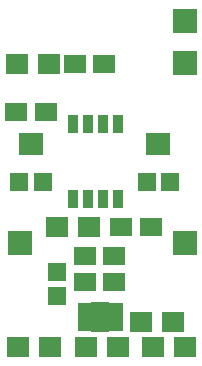
<source format=gts>
G04 #@! TF.FileFunction,Soldermask,Top*
%FSLAX46Y46*%
G04 Gerber Fmt 4.6, Leading zero omitted, Abs format (unit mm)*
G04 Created by KiCad (PCBNEW (2015-12-01 BZR 6337, Git 6f5a49b)-product) date Thu 03 Dec 2015 11:37:21 AM CET*
%MOMM*%
G01*
G04 APERTURE LIST*
%ADD10C,0.100000*%
%ADD11R,1.900000X1.650000*%
%ADD12R,1.400000X2.400000*%
%ADD13R,1.600000X2.600000*%
%ADD14R,2.050000X2.050000*%
%ADD15R,1.900000X1.700000*%
%ADD16R,1.598880X1.598880*%
%ADD17R,2.000200X1.901140*%
%ADD18R,0.908000X1.543000*%
G04 APERTURE END LIST*
D10*
D11*
X184926174Y-29233456D03*
X182426174Y-29233456D03*
X186350000Y-43100000D03*
X188850000Y-43100000D03*
X183250000Y-47750000D03*
X185750000Y-47750000D03*
X183250000Y-45500000D03*
X185750000Y-45500000D03*
X179950000Y-33300000D03*
X177450000Y-33300000D03*
D12*
X185800000Y-50700000D03*
D13*
X184600000Y-50700000D03*
D12*
X183400000Y-50700000D03*
D14*
X191770000Y-25600000D03*
X191770000Y-29210000D03*
X177800000Y-44450000D03*
X191770000Y-44450000D03*
D15*
X180226174Y-29233456D03*
X177526174Y-29233456D03*
X183650000Y-43100000D03*
X180950000Y-43100000D03*
X177650000Y-53250000D03*
X180350000Y-53250000D03*
X183350000Y-53250000D03*
X186050000Y-53250000D03*
X189050000Y-53250000D03*
X191750000Y-53250000D03*
D16*
X177699240Y-39300860D03*
X179700760Y-39300860D03*
D17*
X178700000Y-36049660D03*
D18*
X182295000Y-34325000D03*
X183565000Y-34325000D03*
X184835000Y-34325000D03*
X186105000Y-34325000D03*
X186105000Y-40675000D03*
X184835000Y-40675000D03*
X183565000Y-40675000D03*
X182295000Y-40675000D03*
D16*
X188499240Y-39300860D03*
X190500760Y-39300860D03*
D17*
X189500000Y-36049660D03*
D16*
X180900000Y-46850980D03*
X180900000Y-48949020D03*
D15*
X188050000Y-51100000D03*
X190750000Y-51100000D03*
M02*

</source>
